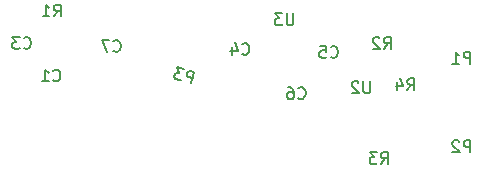
<source format=gbr>
G04 #@! TF.FileFunction,Other,Fab,Bot*
%FSLAX46Y46*%
G04 Gerber Fmt 4.6, Leading zero omitted, Abs format (unit mm)*
G04 Created by KiCad (PCBNEW 4.0.5-e0-6337~49~ubuntu14.04.1) date Tue May 23 16:53:46 2017*
%MOMM*%
%LPD*%
G01*
G04 APERTURE LIST*
%ADD10C,0.100000*%
%ADD11C,0.150000*%
G04 APERTURE END LIST*
D10*
D11*
X185595860Y-99378000D02*
X185854679Y-98412074D01*
X185486707Y-98313476D01*
X185382389Y-98334823D01*
X185324068Y-98368495D01*
X185253422Y-98448163D01*
X185216448Y-98586152D01*
X185237795Y-98690470D01*
X185271467Y-98748791D01*
X185351135Y-98819436D01*
X185719108Y-98918034D01*
X184980746Y-98177904D02*
X184382792Y-98017683D01*
X184606170Y-98471927D01*
X184468180Y-98434953D01*
X184363862Y-98456300D01*
X184305541Y-98489972D01*
X184234895Y-98569641D01*
X184173272Y-98799623D01*
X184194619Y-98903940D01*
X184228290Y-98962261D01*
X184307958Y-99032907D01*
X184583938Y-99106856D01*
X184688256Y-99085509D01*
X184746577Y-99051837D01*
X209238095Y-97702381D02*
X209238095Y-96702381D01*
X208857142Y-96702381D01*
X208761904Y-96750000D01*
X208714285Y-96797619D01*
X208666666Y-96892857D01*
X208666666Y-97035714D01*
X208714285Y-97130952D01*
X208761904Y-97178571D01*
X208857142Y-97226190D01*
X209238095Y-97226190D01*
X207714285Y-97702381D02*
X208285714Y-97702381D01*
X208000000Y-97702381D02*
X208000000Y-96702381D01*
X208095238Y-96845238D01*
X208190476Y-96940476D01*
X208285714Y-96988095D01*
X209238095Y-105202381D02*
X209238095Y-104202381D01*
X208857142Y-104202381D01*
X208761904Y-104250000D01*
X208714285Y-104297619D01*
X208666666Y-104392857D01*
X208666666Y-104535714D01*
X208714285Y-104630952D01*
X208761904Y-104678571D01*
X208857142Y-104726190D01*
X209238095Y-104726190D01*
X208285714Y-104297619D02*
X208238095Y-104250000D01*
X208142857Y-104202381D01*
X207904761Y-104202381D01*
X207809523Y-104250000D01*
X207761904Y-104297619D01*
X207714285Y-104392857D01*
X207714285Y-104488095D01*
X207761904Y-104630952D01*
X208333333Y-105202381D01*
X207714285Y-105202381D01*
X200761905Y-99202381D02*
X200761905Y-100011905D01*
X200714286Y-100107143D01*
X200666667Y-100154762D01*
X200571429Y-100202381D01*
X200380952Y-100202381D01*
X200285714Y-100154762D01*
X200238095Y-100107143D01*
X200190476Y-100011905D01*
X200190476Y-99202381D01*
X199761905Y-99297619D02*
X199714286Y-99250000D01*
X199619048Y-99202381D01*
X199380952Y-99202381D01*
X199285714Y-99250000D01*
X199238095Y-99297619D01*
X199190476Y-99392857D01*
X199190476Y-99488095D01*
X199238095Y-99630952D01*
X199809524Y-100202381D01*
X199190476Y-100202381D01*
X173966666Y-93702381D02*
X174300000Y-93226190D01*
X174538095Y-93702381D02*
X174538095Y-92702381D01*
X174157142Y-92702381D01*
X174061904Y-92750000D01*
X174014285Y-92797619D01*
X173966666Y-92892857D01*
X173966666Y-93035714D01*
X174014285Y-93130952D01*
X174061904Y-93178571D01*
X174157142Y-93226190D01*
X174538095Y-93226190D01*
X173014285Y-93702381D02*
X173585714Y-93702381D01*
X173300000Y-93702381D02*
X173300000Y-92702381D01*
X173395238Y-92845238D01*
X173490476Y-92940476D01*
X173585714Y-92988095D01*
X173916666Y-99107143D02*
X173964285Y-99154762D01*
X174107142Y-99202381D01*
X174202380Y-99202381D01*
X174345238Y-99154762D01*
X174440476Y-99059524D01*
X174488095Y-98964286D01*
X174535714Y-98773810D01*
X174535714Y-98630952D01*
X174488095Y-98440476D01*
X174440476Y-98345238D01*
X174345238Y-98250000D01*
X174202380Y-98202381D01*
X174107142Y-98202381D01*
X173964285Y-98250000D01*
X173916666Y-98297619D01*
X172964285Y-99202381D02*
X173535714Y-99202381D01*
X173250000Y-99202381D02*
X173250000Y-98202381D01*
X173345238Y-98345238D01*
X173440476Y-98440476D01*
X173535714Y-98488095D01*
X171416666Y-96357143D02*
X171464285Y-96404762D01*
X171607142Y-96452381D01*
X171702380Y-96452381D01*
X171845238Y-96404762D01*
X171940476Y-96309524D01*
X171988095Y-96214286D01*
X172035714Y-96023810D01*
X172035714Y-95880952D01*
X171988095Y-95690476D01*
X171940476Y-95595238D01*
X171845238Y-95500000D01*
X171702380Y-95452381D01*
X171607142Y-95452381D01*
X171464285Y-95500000D01*
X171416666Y-95547619D01*
X171083333Y-95452381D02*
X170464285Y-95452381D01*
X170797619Y-95833333D01*
X170654761Y-95833333D01*
X170559523Y-95880952D01*
X170511904Y-95928571D01*
X170464285Y-96023810D01*
X170464285Y-96261905D01*
X170511904Y-96357143D01*
X170559523Y-96404762D01*
X170654761Y-96452381D01*
X170940476Y-96452381D01*
X171035714Y-96404762D01*
X171083333Y-96357143D01*
X179016666Y-96607143D02*
X179064285Y-96654762D01*
X179207142Y-96702381D01*
X179302380Y-96702381D01*
X179445238Y-96654762D01*
X179540476Y-96559524D01*
X179588095Y-96464286D01*
X179635714Y-96273810D01*
X179635714Y-96130952D01*
X179588095Y-95940476D01*
X179540476Y-95845238D01*
X179445238Y-95750000D01*
X179302380Y-95702381D01*
X179207142Y-95702381D01*
X179064285Y-95750000D01*
X179016666Y-95797619D01*
X178683333Y-95702381D02*
X178016666Y-95702381D01*
X178445238Y-96702381D01*
X189916666Y-96857143D02*
X189964285Y-96904762D01*
X190107142Y-96952381D01*
X190202380Y-96952381D01*
X190345238Y-96904762D01*
X190440476Y-96809524D01*
X190488095Y-96714286D01*
X190535714Y-96523810D01*
X190535714Y-96380952D01*
X190488095Y-96190476D01*
X190440476Y-96095238D01*
X190345238Y-96000000D01*
X190202380Y-95952381D01*
X190107142Y-95952381D01*
X189964285Y-96000000D01*
X189916666Y-96047619D01*
X189059523Y-96285714D02*
X189059523Y-96952381D01*
X189297619Y-95904762D02*
X189535714Y-96619048D01*
X188916666Y-96619048D01*
X194261905Y-93452381D02*
X194261905Y-94261905D01*
X194214286Y-94357143D01*
X194166667Y-94404762D01*
X194071429Y-94452381D01*
X193880952Y-94452381D01*
X193785714Y-94404762D01*
X193738095Y-94357143D01*
X193690476Y-94261905D01*
X193690476Y-93452381D01*
X193309524Y-93452381D02*
X192690476Y-93452381D01*
X193023810Y-93833333D01*
X192880952Y-93833333D01*
X192785714Y-93880952D01*
X192738095Y-93928571D01*
X192690476Y-94023810D01*
X192690476Y-94261905D01*
X192738095Y-94357143D01*
X192785714Y-94404762D01*
X192880952Y-94452381D01*
X193166667Y-94452381D01*
X193261905Y-94404762D01*
X193309524Y-94357143D01*
X197416666Y-97107143D02*
X197464285Y-97154762D01*
X197607142Y-97202381D01*
X197702380Y-97202381D01*
X197845238Y-97154762D01*
X197940476Y-97059524D01*
X197988095Y-96964286D01*
X198035714Y-96773810D01*
X198035714Y-96630952D01*
X197988095Y-96440476D01*
X197940476Y-96345238D01*
X197845238Y-96250000D01*
X197702380Y-96202381D01*
X197607142Y-96202381D01*
X197464285Y-96250000D01*
X197416666Y-96297619D01*
X196511904Y-96202381D02*
X196988095Y-96202381D01*
X197035714Y-96678571D01*
X196988095Y-96630952D01*
X196892857Y-96583333D01*
X196654761Y-96583333D01*
X196559523Y-96630952D01*
X196511904Y-96678571D01*
X196464285Y-96773810D01*
X196464285Y-97011905D01*
X196511904Y-97107143D01*
X196559523Y-97154762D01*
X196654761Y-97202381D01*
X196892857Y-97202381D01*
X196988095Y-97154762D01*
X197035714Y-97107143D01*
X201916666Y-96452381D02*
X202250000Y-95976190D01*
X202488095Y-96452381D02*
X202488095Y-95452381D01*
X202107142Y-95452381D01*
X202011904Y-95500000D01*
X201964285Y-95547619D01*
X201916666Y-95642857D01*
X201916666Y-95785714D01*
X201964285Y-95880952D01*
X202011904Y-95928571D01*
X202107142Y-95976190D01*
X202488095Y-95976190D01*
X201535714Y-95547619D02*
X201488095Y-95500000D01*
X201392857Y-95452381D01*
X201154761Y-95452381D01*
X201059523Y-95500000D01*
X201011904Y-95547619D01*
X200964285Y-95642857D01*
X200964285Y-95738095D01*
X201011904Y-95880952D01*
X201583333Y-96452381D01*
X200964285Y-96452381D01*
X203916666Y-99952381D02*
X204250000Y-99476190D01*
X204488095Y-99952381D02*
X204488095Y-98952381D01*
X204107142Y-98952381D01*
X204011904Y-99000000D01*
X203964285Y-99047619D01*
X203916666Y-99142857D01*
X203916666Y-99285714D01*
X203964285Y-99380952D01*
X204011904Y-99428571D01*
X204107142Y-99476190D01*
X204488095Y-99476190D01*
X203059523Y-99285714D02*
X203059523Y-99952381D01*
X203297619Y-98904762D02*
X203535714Y-99619048D01*
X202916666Y-99619048D01*
X201666666Y-106202381D02*
X202000000Y-105726190D01*
X202238095Y-106202381D02*
X202238095Y-105202381D01*
X201857142Y-105202381D01*
X201761904Y-105250000D01*
X201714285Y-105297619D01*
X201666666Y-105392857D01*
X201666666Y-105535714D01*
X201714285Y-105630952D01*
X201761904Y-105678571D01*
X201857142Y-105726190D01*
X202238095Y-105726190D01*
X201333333Y-105202381D02*
X200714285Y-105202381D01*
X201047619Y-105583333D01*
X200904761Y-105583333D01*
X200809523Y-105630952D01*
X200761904Y-105678571D01*
X200714285Y-105773810D01*
X200714285Y-106011905D01*
X200761904Y-106107143D01*
X200809523Y-106154762D01*
X200904761Y-106202381D01*
X201190476Y-106202381D01*
X201285714Y-106154762D01*
X201333333Y-106107143D01*
X194666666Y-100607143D02*
X194714285Y-100654762D01*
X194857142Y-100702381D01*
X194952380Y-100702381D01*
X195095238Y-100654762D01*
X195190476Y-100559524D01*
X195238095Y-100464286D01*
X195285714Y-100273810D01*
X195285714Y-100130952D01*
X195238095Y-99940476D01*
X195190476Y-99845238D01*
X195095238Y-99750000D01*
X194952380Y-99702381D01*
X194857142Y-99702381D01*
X194714285Y-99750000D01*
X194666666Y-99797619D01*
X193809523Y-99702381D02*
X194000000Y-99702381D01*
X194095238Y-99750000D01*
X194142857Y-99797619D01*
X194238095Y-99940476D01*
X194285714Y-100130952D01*
X194285714Y-100511905D01*
X194238095Y-100607143D01*
X194190476Y-100654762D01*
X194095238Y-100702381D01*
X193904761Y-100702381D01*
X193809523Y-100654762D01*
X193761904Y-100607143D01*
X193714285Y-100511905D01*
X193714285Y-100273810D01*
X193761904Y-100178571D01*
X193809523Y-100130952D01*
X193904761Y-100083333D01*
X194095238Y-100083333D01*
X194190476Y-100130952D01*
X194238095Y-100178571D01*
X194285714Y-100273810D01*
M02*

</source>
